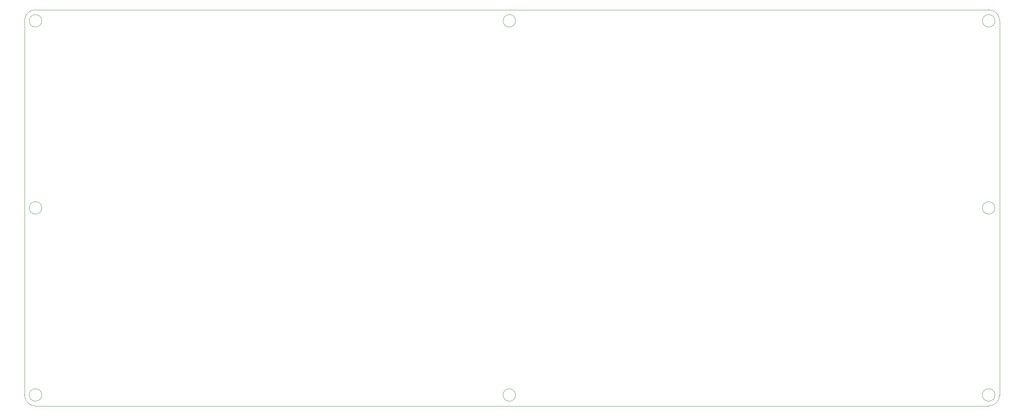
<source format=gbr>
%TF.GenerationSoftware,KiCad,Pcbnew,(5.1.10)-1*%
%TF.CreationDate,2021-10-16T10:52:33-04:00*%
%TF.ProjectId,mino_board,6d696e6f-5f62-46f6-9172-642e6b696361,rev?*%
%TF.SameCoordinates,Original*%
%TF.FileFunction,Profile,NP*%
%FSLAX46Y46*%
G04 Gerber Fmt 4.6, Leading zero omitted, Abs format (unit mm)*
G04 Created by KiCad (PCBNEW (5.1.10)-1) date 2021-10-16 10:52:33*
%MOMM*%
%LPD*%
G01*
G04 APERTURE LIST*
%TA.AperFunction,Profile*%
%ADD10C,0.050000*%
%TD*%
G04 APERTURE END LIST*
D10*
X48260000Y-67310000D02*
G75*
G02*
X50800000Y-64770000I2540000J0D01*
G01*
X50800000Y-156210000D02*
G75*
G02*
X48260000Y-153670000I0J2540000D01*
G01*
X273050000Y-153670000D02*
G75*
G02*
X270510000Y-156210000I-2540000J0D01*
G01*
X270510000Y-64770000D02*
G75*
G02*
X273050000Y-67310000I0J-2540000D01*
G01*
X52236841Y-67310000D02*
G75*
G03*
X52236841Y-67310000I-1436841J0D01*
G01*
X52236841Y-110490000D02*
G75*
G03*
X52236841Y-110490000I-1436841J0D01*
G01*
X52236841Y-153670000D02*
G75*
G03*
X52236841Y-153670000I-1436841J0D01*
G01*
X161456841Y-153670000D02*
G75*
G03*
X161456841Y-153670000I-1436841J0D01*
G01*
X271946841Y-153670000D02*
G75*
G03*
X271946841Y-153670000I-1436841J0D01*
G01*
X271946841Y-110490000D02*
G75*
G03*
X271946841Y-110490000I-1436841J0D01*
G01*
X271946841Y-67310000D02*
G75*
G03*
X271946841Y-67310000I-1436841J0D01*
G01*
X161456841Y-67310000D02*
G75*
G03*
X161456841Y-67310000I-1436841J0D01*
G01*
X48260000Y-67310000D02*
X48260000Y-153670000D01*
X50800000Y-156210000D02*
X270510000Y-156210000D01*
X270510000Y-64770000D02*
X50800000Y-64770000D01*
X273050000Y-153670000D02*
X273050000Y-67310000D01*
M02*

</source>
